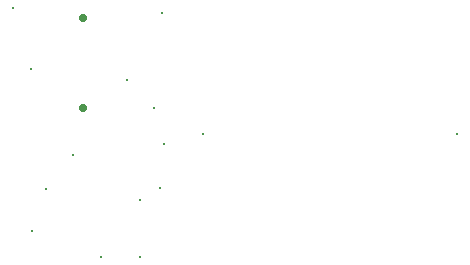
<source format=gbr>
%TF.GenerationSoftware,Altium Limited,Altium Designer,25.3.3 (18)*%
G04 Layer_Color=0*
%FSLAX45Y45*%
%MOMM*%
%TF.SameCoordinates,1FB2B9E7-3E12-4CFE-8A3D-C156B5A0EB04*%
%TF.FilePolarity,Positive*%
%TF.FileFunction,Plated,1,2,PTH,Drill*%
%TF.Part,Single*%
G01*
G75*
%TA.AperFunction,ComponentDrill*%
%ADD58C,0.70000*%
%TA.AperFunction,ViaDrill,NotFilled*%
%ADD59C,0.30000*%
D58*
X2806700Y1650700D02*
D03*
Y2413300D02*
D03*
D59*
X3403600Y1651000D02*
D03*
X2489200Y965200D02*
D03*
X3289300Y876300D02*
D03*
X3492500Y1346200D02*
D03*
X3175000Y1892300D02*
D03*
X5969000Y1435100D02*
D03*
X2374900Y609600D02*
D03*
X3822700Y1435100D02*
D03*
X2717800Y1257300D02*
D03*
X3469400Y2461500D02*
D03*
X2209800Y2501900D02*
D03*
X2362200Y1981200D02*
D03*
X3454400Y977900D02*
D03*
X2959100Y393700D02*
D03*
X3289300D02*
D03*
%TF.MD5,3ed3a393c5bf05c30590339b3f275c6e*%
M02*

</source>
